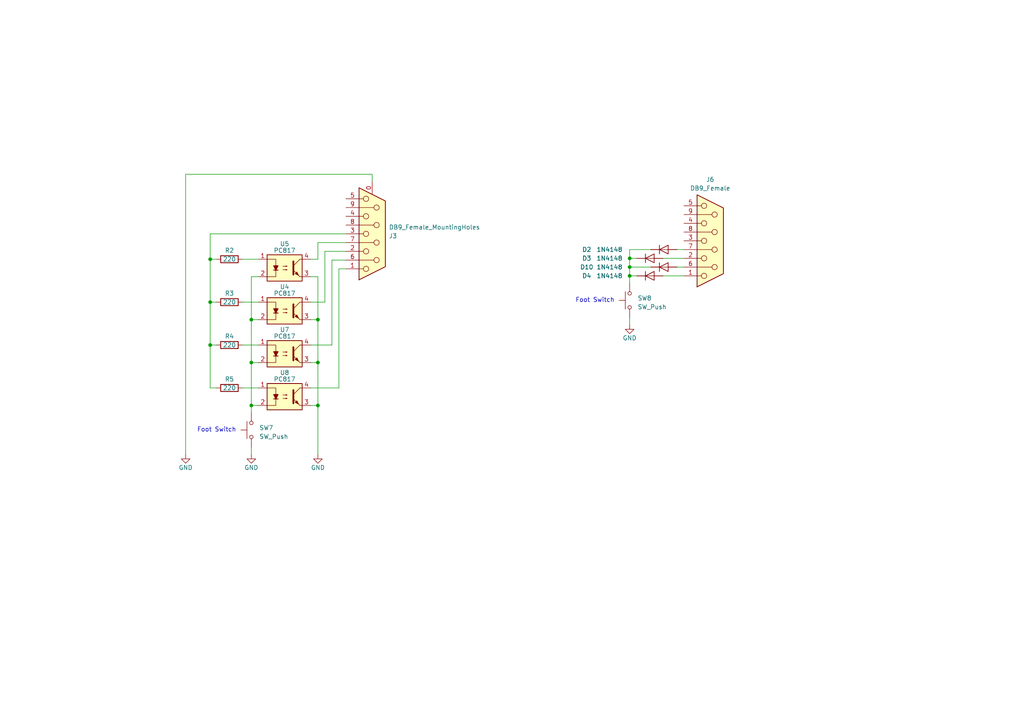
<source format=kicad_sch>
(kicad_sch (version 20230121) (generator eeschema)
  (paper "A4")
  (lib_symbols
    (symbol "conn:DB9_Female" (pin_names (offset 1.016) hide)
      (property "Reference" "J" (at 0 13.97 0))
      (property "Value" "DB9_Female" (at 0 -14.605 0))
      (symbol "DB9_Female_0_1"
        (circle (center -1.778 -10.16) (radius 0.762))
        (circle (center -1.778 -5.08) (radius 0.762))
        (circle (center -1.778 0) (radius 0.762))
        (circle (center -1.778 5.08) (radius 0.762))
        (circle (center -1.778 10.16) (radius 0.762))
        (polyline (pts (xy -3.81 -10.16) (xy -2.54 -10.16)))
        (polyline (pts (xy -3.81 -7.62) (xy 0.508 -7.62)))
        (polyline (pts (xy -3.81 -5.08) (xy -2.54 -5.08)))
        (polyline (pts (xy -3.81 -2.54) (xy 0.508 -2.54)))
        (polyline (pts (xy -3.81 0) (xy -2.54 0)))
        (polyline (pts (xy -3.81 2.54) (xy 0.508 2.54)))
        (polyline (pts (xy -3.81 5.08) (xy -2.54 5.08)))
        (polyline (pts (xy -3.81 7.62) (xy 0.508 7.62)))
        (polyline (pts (xy -3.81 10.16) (xy -2.54 10.16)))
        (polyline (pts (xy -3.81 13.335) (xy -3.81 -13.335) (xy 3.81 -9.525) (xy 3.81 9.525) (xy -3.81 13.335)) (stroke (width 0.254)) (fill (type background)))
        (circle (center 1.27 -7.62) (radius 0.762))
        (circle (center 1.27 -2.54) (radius 0.762))
        (circle (center 1.27 2.54) (radius 0.762))
        (circle (center 1.27 7.62) (radius 0.762))
      )
      (symbol "DB9_Female_1_1"
        (pin passive line (at -7.62 10.16 0) (length 3.81) (name "1") (number "1"))
        (pin passive line (at -7.62 5.08 0) (length 3.81) (name "2") (number "2"))
        (pin passive line (at -7.62 0 0) (length 3.81) (name "3") (number "3"))
        (pin passive line (at -7.62 -5.08 0) (length 3.81) (name "4") (number "4"))
        (pin passive line (at -7.62 -10.16 0) (length 3.81) (name "5") (number "5"))
        (pin passive line (at -7.62 7.62 0) (length 3.81) (name "6") (number "6"))
        (pin passive line (at -7.62 2.54 0) (length 3.81) (name "7") (number "7"))
        (pin passive line (at -7.62 -2.54 0) (length 3.81) (name "8") (number "8"))
        (pin passive line (at -7.62 -7.62 0) (length 3.81) (name "9") (number "9"))
      )
    )
    (symbol "conn:DB9_Female_MountingHoles" (pin_names (offset 1.016) hide)
      (property "Reference" "J" (at 0 16.51 0))
      (property "Value" "DB9_Female_MountingHoles" (at 0 14.605 0))
      (symbol "DB9_Female_MountingHoles_0_1"
        (circle (center -1.778 -10.16) (radius 0.762))
        (circle (center -1.778 -5.08) (radius 0.762))
        (circle (center -1.778 0) (radius 0.762))
        (circle (center -1.778 5.08) (radius 0.762))
        (circle (center -1.778 10.16) (radius 0.762))
        (polyline (pts (xy -3.81 -10.16) (xy -2.54 -10.16)))
        (polyline (pts (xy -3.81 -7.62) (xy 0.508 -7.62)))
        (polyline (pts (xy -3.81 -5.08) (xy -2.54 -5.08)))
        (polyline (pts (xy -3.81 -2.54) (xy 0.508 -2.54)))
        (polyline (pts (xy -3.81 0) (xy -2.54 0)))
        (polyline (pts (xy -3.81 2.54) (xy 0.508 2.54)))
        (polyline (pts (xy -3.81 5.08) (xy -2.54 5.08)))
        (polyline (pts (xy -3.81 7.62) (xy 0.508 7.62)))
        (polyline (pts (xy -3.81 10.16) (xy -2.54 10.16)))
        (polyline (pts (xy -3.81 13.335) (xy -3.81 -13.335) (xy 3.81 -9.525) (xy 3.81 9.525) (xy -3.81 13.335)) (stroke (width 0.254)) (fill (type background)))
        (circle (center 1.27 -7.62) (radius 0.762))
        (circle (center 1.27 -2.54) (radius 0.762))
        (circle (center 1.27 2.54) (radius 0.762))
        (circle (center 1.27 7.62) (radius 0.762))
      )
      (symbol "DB9_Female_MountingHoles_1_1"
        (pin passive line (at 0 -15.24 90) (length 3.81) (name "PAD") (number "0"))
        (pin passive line (at -7.62 10.16 0) (length 3.81) (name "1") (number "1"))
        (pin passive line (at -7.62 5.08 0) (length 3.81) (name "2") (number "2"))
        (pin passive line (at -7.62 0 0) (length 3.81) (name "3") (number "3"))
        (pin passive line (at -7.62 -5.08 0) (length 3.81) (name "4") (number "4"))
        (pin passive line (at -7.62 -10.16 0) (length 3.81) (name "5") (number "5"))
        (pin passive line (at -7.62 7.62 0) (length 3.81) (name "6") (number "6"))
        (pin passive line (at -7.62 2.54 0) (length 3.81) (name "7") (number "7"))
        (pin passive line (at -7.62 -2.54 0) (length 3.81) (name "8") (number "8"))
        (pin passive line (at -7.62 -7.62 0) (length 3.81) (name "9") (number "9"))
      )
    )
    (symbol "device:R" (pin_numbers hide) (pin_names (offset 0))
      (property "Reference" "R" (at 2.032 0 90))
      (property "Value" "R" (at 0 0 90))
      (symbol "R_0_1"
        (rectangle (start -1.016 -2.54) (end 1.016 2.54) (stroke (width 0.254)))
      )
      (symbol "R_1_1"
        (pin passive line (at 0 3.81 270) (length 1.27) (name "~") (number "1"))
        (pin passive line (at 0 -3.81 90) (length 1.27) (name "~") (number "2"))
      )
    )
    (symbol "diode:1N4148" (pin_numbers hide) (pin_names (offset 1.016) hide)
      (property "Reference" "D" (at 0 2.54 0))
      (property "Value" "1N4148" (at 0 -2.54 0))
      (symbol "1N4148_0_1"
        (polyline (pts (xy -1.27 1.27) (xy -1.27 -1.27)) (stroke (width 0.2032)))
        (polyline (pts (xy 1.27 0) (xy -1.27 0)))
        (polyline (pts (xy 1.27 1.27) (xy 1.27 -1.27) (xy -1.27 0) (xy 1.27 1.27)) (stroke (width 0.2032)))
      )
      (symbol "1N4148_1_1"
        (pin passive line (at -3.81 0 0) (length 2.54) (name "K") (number "1"))
        (pin passive line (at 3.81 0 180) (length 2.54) (name "A") (number "2"))
      )
    )
    (symbol "opto:PC817" (pin_names (offset 1.016))
      (property "Reference" "U" (at -5.08 5.08 0))
      (property "Value" "PC817" (at 0 5.08 0))
      (symbol "PC817_0_1"
        (rectangle (start -5.08 3.81) (end 5.08 -3.81) (stroke (width 0.254)) (fill (type background)))
        (polyline (pts (xy -3.175 -0.635) (xy -1.905 -0.635)) (stroke (width 0.254)))
        (polyline (pts (xy 2.54 0.635) (xy 4.445 2.54)))
        (polyline (pts (xy 4.445 -2.54) (xy 2.54 -0.635)) (fill (type outline)))
        (polyline (pts (xy 4.445 -2.54) (xy 5.08 -2.54)))
        (polyline (pts (xy 4.445 2.54) (xy 5.08 2.54)))
        (polyline (pts (xy -5.08 2.54) (xy -2.54 2.54) (xy -2.54 0.635)))
        (polyline (pts (xy -2.54 -0.635) (xy -2.54 -2.54) (xy -5.08 -2.54)))
        (polyline (pts (xy 2.54 1.905) (xy 2.54 -1.905) (xy 2.54 -1.905)) (stroke (width 0.508)))
        (polyline (pts (xy -2.54 -0.635) (xy -3.175 0.635) (xy -1.905 0.635) (xy -2.54 -0.635)) (stroke (width 0.254)) (fill (type outline)))
        (polyline (pts (xy -0.508 -0.508) (xy 0.762 -0.508) (xy 0.381 -0.635) (xy 0.381 -0.381) (xy 0.762 -0.508)))
        (polyline (pts (xy -0.508 0.508) (xy 0.762 0.508) (xy 0.381 0.381) (xy 0.381 0.635) (xy 0.762 0.508)))
        (polyline (pts (xy 3.048 -1.651) (xy 3.556 -1.143) (xy 4.064 -2.159) (xy 3.048 -1.651) (xy 3.048 -1.651)) (fill (type outline)))
      )
      (symbol "PC817_1_1"
        (pin passive line (at -7.62 2.54 0) (length 2.54) (name "~") (number "1"))
        (pin passive line (at -7.62 -2.54 0) (length 2.54) (name "~") (number "2"))
        (pin passive line (at 7.62 -2.54 180) (length 2.54) (name "~") (number "3"))
        (pin passive line (at 7.62 2.54 180) (length 2.54) (name "~") (number "4"))
      )
    )
    (symbol "power:GND" (power) (pin_names (offset 0))
      (property "Value" "GND" (at 0 -3.81 0))
      (symbol "GND_0_1"
        (polyline (pts (xy 0 0) (xy 0 -1.27) (xy 1.27 -1.27) (xy 0 -2.54) (xy -1.27 -1.27) (xy 0 -1.27)))
      )
      (symbol "GND_1_1"
        (pin power_in line (at 0 0 270) (length 0) hide (name "GND") (number "1"))
      )
    )
    (symbol "switches:SW_Push" (pin_numbers hide) (pin_names (offset 1.016) hide)
      (property "Reference" "SW" (at 1.27 2.54 0))
      (property "Value" "SW_Push" (at 0 -1.524 0))
      (symbol "SW_Push_0_1"
        (circle (center -2.032 0) (radius 0.508))
        (polyline (pts (xy 0 1.27) (xy 0 3.048)))
        (polyline (pts (xy 2.54 1.27) (xy -2.54 1.27)))
        (circle (center 2.032 0) (radius 0.508))
        (pin passive line (at -5.08 0 0) (length 2.54) (name "1") (number "1"))
        (pin passive line (at 5.08 0 180) (length 2.54) (name "2") (number "2"))
      )
    )
  )
  (junction (at 182.626 77.47))
  (junction (at 72.898 117.602))
  (junction (at 72.898 92.71))
  (junction (at 92.202 92.71))
  (junction (at 60.96 100.076))
  (junction (at 72.898 105.156))
  (junction (at 92.202 105.156))
  (junction (at 60.96 87.63))
  (junction (at 182.626 80.01))
  (junction (at 182.626 74.93))
  (junction (at 60.96 75.184))
  (junction (at 92.202 117.602))
  (wire (pts (xy 92.202 80.264) (xy 92.202 92.71)))
  (wire (pts (xy 98.298 112.522) (xy 98.298 77.978)))
  (wire (pts (xy 72.898 117.602) (xy 72.898 119.634)))
  (wire (pts (xy 92.202 105.156) (xy 92.202 117.602)))
  (wire (pts (xy 90.17 112.522) (xy 98.298 112.522)))
  (wire (pts (xy 74.93 105.156) (xy 72.898 105.156)))
  (wire (pts (xy 72.898 80.264) (xy 72.898 92.71)))
  (wire (pts (xy 92.202 92.71) (xy 92.202 105.156)))
  (wire (pts (xy 196.342 72.39) (xy 198.374 72.39)))
  (wire (pts (xy 60.96 112.522) (xy 62.738 112.522)))
  (wire (pts (xy 60.96 75.184) (xy 60.96 87.63)))
  (wire (pts (xy 107.95 50.546) (xy 107.95 52.578)))
  (wire (pts (xy 92.202 75.184) (xy 92.202 70.358)))
  (wire (pts (xy 192.278 74.93) (xy 198.374 74.93)))
  (wire (pts (xy 188.722 72.39) (xy 182.626 72.39)))
  (wire (pts (xy 60.96 100.076) (xy 62.738 100.076)))
  (wire (pts (xy 182.626 92.202) (xy 182.626 94.234)))
  (wire (pts (xy 90.17 92.71) (xy 92.202 92.71)))
  (wire (pts (xy 92.202 70.358) (xy 100.33 70.358)))
  (wire (pts (xy 94.234 72.898) (xy 100.33 72.898)))
  (wire (pts (xy 182.626 72.39) (xy 182.626 74.93)))
  (wire (pts (xy 182.626 80.01) (xy 182.626 82.042)))
  (wire (pts (xy 74.93 87.63) (xy 70.358 87.63)))
  (wire (pts (xy 74.93 100.076) (xy 70.358 100.076)))
  (wire (pts (xy 74.93 75.184) (xy 70.358 75.184)))
  (wire (pts (xy 94.234 87.63) (xy 94.234 72.898)))
  (wire (pts (xy 182.626 77.47) (xy 182.626 80.01)))
  (wire (pts (xy 90.17 80.264) (xy 92.202 80.264)))
  (wire (pts (xy 72.898 105.156) (xy 72.898 117.602)))
  (wire (pts (xy 96.266 100.076) (xy 96.266 75.438)))
  (wire (pts (xy 90.17 100.076) (xy 96.266 100.076)))
  (wire (pts (xy 60.96 67.818) (xy 100.33 67.818)))
  (wire (pts (xy 92.202 117.602) (xy 92.202 131.826)))
  (wire (pts (xy 74.93 80.264) (xy 72.898 80.264)))
  (wire (pts (xy 184.658 74.93) (xy 182.626 74.93)))
  (wire (pts (xy 196.342 77.47) (xy 198.374 77.47)))
  (wire (pts (xy 60.96 87.63) (xy 62.738 87.63)))
  (wire (pts (xy 72.898 92.71) (xy 72.898 105.156)))
  (wire (pts (xy 96.266 75.438) (xy 100.33 75.438)))
  (wire (pts (xy 53.848 50.546) (xy 107.95 50.546)))
  (wire (pts (xy 74.93 92.71) (xy 72.898 92.71)))
  (wire (pts (xy 90.17 87.63) (xy 94.234 87.63)))
  (wire (pts (xy 60.96 100.076) (xy 60.96 112.522)))
  (wire (pts (xy 90.17 105.156) (xy 92.202 105.156)))
  (wire (pts (xy 90.17 75.184) (xy 92.202 75.184)))
  (wire (pts (xy 98.298 77.978) (xy 100.33 77.978)))
  (wire (pts (xy 184.658 80.01) (xy 182.626 80.01)))
  (wire (pts (xy 60.96 75.184) (xy 62.738 75.184)))
  (wire (pts (xy 188.722 77.47) (xy 182.626 77.47)))
  (wire (pts (xy 72.898 129.794) (xy 72.898 131.826)))
  (wire (pts (xy 192.278 80.01) (xy 198.374 80.01)))
  (wire (pts (xy 90.17 117.602) (xy 92.202 117.602)))
  (wire (pts (xy 74.93 112.522) (xy 70.358 112.522)))
  (wire (pts (xy 182.626 74.93) (xy 182.626 77.47)))
  (wire (pts (xy 74.93 117.602) (xy 72.898 117.602)))
  (wire (pts (xy 53.848 131.826) (xy 53.848 50.546)))
  (wire (pts (xy 60.96 67.818) (xy 60.96 75.184)))
  (wire (pts (xy 60.96 87.63) (xy 60.96 100.076)))
  (text "Foot Switch" (at 166.878 87.884 0) (effects (font (size 1.27 1.27)) (justify left bottom)))
  (text "Foot Switch" (at 57.15 125.476 0) (effects (font (size 1.27 1.27)) (justify left bottom)))
  (symbol (lib_id "device:R") (at 66.548 87.63 90) (unit 1)
    (property "Reference" "R3" (at 66.548 85.09 90))
    (property "Value" "220" (at 66.548 87.63 90))
    (instances (project "GRUB" (path "" (reference "R3") (unit 1)) (path "" (reference "R19") (unit 1))))
  )
  (symbol (lib_id "diode:1N4148") (at 192.532 72.39 0) (unit 1)
    (property "Reference" "D2" (at 170.18 72.39 0))
    (property "Value" "1N4148" (at 176.784 72.39 0))
    (property "Footprint" "Diodes_THT:D_DO-35_SOD27_Horizontal_RM10" (effects hide))
    (property "Datasheet" "http://www.nxp.com/documents/data_sheet/1N4148_1N4448.pdf" (effects hide))
  )
  (symbol (lib_id "opto:PC817") (at 82.55 115.062 0) (unit 1)
    (property "Reference" "U8" (at 82.55 108.077 0))
    (property "Value" "PC817" (at 82.55 109.982 0))
    (property "Footprint" "Housings_DIP:DIP-4_W7.62mm" (effects hide))
    (property "Datasheet" "http://www.soselectronic.cz/a_info/resource/d/pc817.pdf" (effects hide))
    (instances (project "GRUB" (path "" (reference "U8") (unit 1)) (path "" (reference "U19") (unit 1))))
  )
  (symbol (lib_id "opto:PC817") (at 82.55 90.17 0) (unit 1)
    (property "Reference" "U4" (at 82.55 83.185 0))
    (property "Value" "PC817" (at 82.55 85.09 0))
    (property "Footprint" "Housings_DIP:DIP-4_W7.62mm" (effects hide))
    (property "Datasheet" "http://www.soselectronic.cz/a_info/resource/d/pc817.pdf" (effects hide))
    (instances (project "GRUB" (path "" (reference "U4") (unit 1)) (path "" (reference "U17") (unit 1))))
  )
  (symbol (lib_id "diode:1N4148") (at 192.532 77.47 0) (unit 1)
    (property "Reference" "D10" (at 170.18 77.47 0))
    (property "Value" "1N4148" (at 176.784 77.47 0))
    (property "Footprint" "Diodes_THT:D_DO-35_SOD27_Horizontal_RM10" (effects hide))
    (property "Datasheet" "http://www.nxp.com/documents/data_sheet/1N4148_1N4448.pdf" (effects hide))
  )
  (symbol (lib_id "diode:1N4148") (at 188.468 80.01 0) (unit 1)
    (property "Reference" "D4" (at 170.18 80.01 0))
    (property "Value" "1N4148" (at 176.784 80.01 0))
    (property "Footprint" "Diodes_THT:D_DO-35_SOD27_Horizontal_RM10" (effects hide))
    (property "Datasheet" "http://www.nxp.com/documents/data_sheet/1N4148_1N4448.pdf" (effects hide))
  )
  (symbol (lib_id "switches:SW_Push") (at 72.898 124.714 90) (unit 1)
    (property "Reference" "SW7" (at 75.184 124.079 90) (effects (justify right)))
    (property "Value" "SW_Push" (at 75.184 126.619 90) (effects (justify right)))
  )
  (symbol (lib_id "power:GND") (at 53.848 131.826 0) (unit 1)
    (property "Reference" "#PWR04" (effects hide))
    (property "Value" "GND" (at 53.848 135.636 0))
    (instances (project "GRUB" (path "" (reference "#PWR04") (unit 1)) (path "" (reference "#PWR036") (unit 1))))
  )
  (symbol (lib_id "diode:1N4148") (at 188.468 74.93 0) (unit 1)
    (property "Reference" "D3" (at 170.18 74.93 0))
    (property "Value" "1N4148" (at 176.784 74.93 0))
    (property "Footprint" "Diodes_THT:D_DO-35_SOD27_Horizontal_RM10" (effects hide))
    (property "Datasheet" "http://www.nxp.com/documents/data_sheet/1N4148_1N4448.pdf" (effects hide))
  )
  (symbol (lib_id "power:GND") (at 72.898 131.826 0) (unit 1)
    (property "Reference" "#PWR04" (effects hide))
    (property "Value" "GND" (at 72.898 135.636 0))
    (instances (project "GRUB" (path "" (reference "#PWR04") (unit 1)) (path "" (reference "#PWR040") (unit 1))))
  )
  (symbol (lib_id "opto:PC817") (at 82.55 77.724 0) (unit 1)
    (property "Reference" "U5" (at 82.55 70.739 0))
    (property "Value" "PC817" (at 82.55 72.644 0))
    (property "Footprint" "Housings_DIP:DIP-4_W7.62mm" (effects hide))
    (property "Datasheet" "http://www.soselectronic.cz/a_info/resource/d/pc817.pdf" (effects hide))
    (instances (project "GRUB" (path "" (reference "U5") (unit 1)) (path "" (reference "U6") (unit 1))))
  )
  (symbol (lib_id "conn:DB9_Female") (at 205.994 69.85 0) (mirror x) (unit 1)
    (property "Reference" "J6" (at 205.994 52.07 0))
    (property "Value" "DB9_Female" (at 205.994 54.61 0))
  )
  (symbol (lib_id "switches:SW_Push") (at 182.626 87.122 90) (unit 1)
    (property "Reference" "SW8" (at 184.912 86.487 90) (effects (justify right)))
    (property "Value" "SW_Push" (at 184.912 89.027 90) (effects (justify right)))
  )
  (symbol (lib_id "device:R") (at 66.548 100.076 90) (unit 1)
    (property "Reference" "R4" (at 66.548 97.536 90))
    (property "Value" "220" (at 66.548 100.076 90))
    (instances (project "GRUB" (path "" (reference "R4") (unit 1)) (path "" (reference "R20") (unit 1))))
  )
  (symbol (lib_id "device:R") (at 66.548 112.522 90) (unit 1)
    (property "Reference" "R5" (at 66.548 109.982 90))
    (property "Value" "220" (at 66.548 112.522 90))
    (instances (project "GRUB" (path "" (reference "R5") (unit 1)) (path "" (reference "R21") (unit 1))))
  )
  (symbol (lib_id "opto:PC817") (at 82.55 102.616 0) (unit 1)
    (property "Reference" "U7" (at 82.55 95.631 0))
    (property "Value" "PC817" (at 82.55 97.536 0))
    (property "Footprint" "Housings_DIP:DIP-4_W7.62mm" (effects hide))
    (property "Datasheet" "http://www.soselectronic.cz/a_info/resource/d/pc817.pdf" (effects hide))
    (instances (project "GRUB" (path "" (reference "U7") (unit 1)) (path "" (reference "U18") (unit 1))))
  )
  (symbol (lib_id "device:R") (at 66.548 75.184 90) (unit 1)
    (property "Reference" "R2" (at 66.548 72.644 90))
    (property "Value" "220" (at 66.548 75.184 90))
    (instances (project "GRUB" (path "" (reference "R2") (unit 1)) (path "" (reference "R18") (unit 1))))
  )
  (symbol (lib_id "power:GND") (at 182.626 94.234 0) (unit 1)
    (property "Reference" "#PWR04" (effects hide))
    (property "Value" "GND" (at 182.626 98.044 0))
    (instances (project "GRUB" (path "" (reference "#PWR04") (unit 1)) (path "" (reference "#PWR028") (unit 1))))
  )
  (symbol (lib_id "power:GND") (at 92.202 131.826 0) (unit 1)
    (property "Reference" "#PWR04" (effects hide))
    (property "Value" "GND" (at 92.202 135.636 0))
    (instances (project "GRUB" (path "" (reference "#PWR04") (unit 1)) (path "" (reference "#PWR035") (unit 1))))
  )
  (symbol (lib_id "conn:DB9_Female_MountingHoles") (at 107.95 67.818 0) (mirror x) (unit 1)
    (property "Reference" "J3" (at 112.776 68.453 0) (effects (justify left)))
    (property "Value" "DB9_Female_MountingHoles" (at 112.776 65.913 0) (effects (justify left)))
  )
)
</source>
